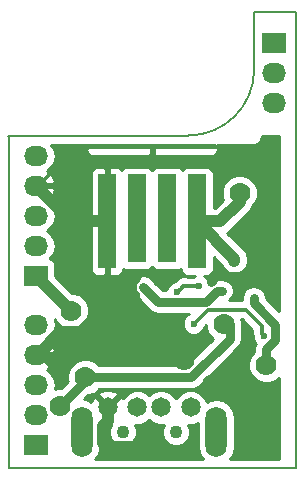
<source format=gbl>
%TF.GenerationSoftware,KiCad,Pcbnew,4.0.7*%
%TF.CreationDate,2018-03-05T22:45:11+00:00*%
%TF.ProjectId,a5v11-mod-01,61357631312D6D6F642D30312E6B6963,rev?*%
%TF.FileFunction,Copper,L2,Bot,Signal*%
%FSLAX46Y46*%
G04 Gerber Fmt 4.6, Leading zero omitted, Abs format (unit mm)*
G04 Created by KiCad (PCBNEW 4.0.7) date Monday, 05 March 2018 'PMt' 22:45:11*
%MOMM*%
%LPD*%
G01*
G04 APERTURE LIST*
%ADD10C,0.100000*%
%ADD11C,0.150000*%
%ADD12R,1.500000X8.000000*%
%ADD13R,1.500000X7.500000*%
%ADD14R,10.000000X0.300000*%
%ADD15R,2.032000X1.727200*%
%ADD16O,2.032000X1.727200*%
%ADD17C,1.650000*%
%ADD18C,1.100000*%
%ADD19O,1.800000X4.300000*%
%ADD20C,0.600000*%
%ADD21C,1.778000*%
%ADD22C,0.762000*%
%ADD23C,0.304800*%
%ADD24C,1.016000*%
%ADD25C,0.254000*%
G04 APERTURE END LIST*
D10*
D11*
X15240000Y28194000D02*
G75*
G03X20828000Y33782000I0J5588000D01*
G01*
X90600Y71400D02*
X90600Y28121400D01*
X24390600Y71400D02*
X90600Y71400D01*
X24390600Y38621400D02*
X24390600Y71400D01*
X20790600Y38621400D02*
X24390600Y38621400D01*
X20828000Y33782000D02*
X20790600Y38621400D01*
X0Y28194000D02*
X15240000Y28194000D01*
D12*
X8370600Y20921400D03*
X15990600Y20921400D03*
D13*
X13480600Y21171400D03*
X10880600Y21171400D03*
D14*
X12180600Y27271400D03*
D15*
X22550600Y35991400D03*
D16*
X22550600Y33451400D03*
X22550600Y30911400D03*
D15*
X2340600Y16311400D03*
D16*
X2340600Y18851400D03*
X2340600Y21391400D03*
X2340600Y23931400D03*
X2340600Y26471400D03*
D15*
X2340600Y2021400D03*
D16*
X2340600Y4561400D03*
X2340600Y7101400D03*
X2340600Y9641400D03*
X2340600Y12181400D03*
D17*
X12940600Y5171400D03*
X15440600Y5171400D03*
X10940600Y5171400D03*
X8440600Y5171400D03*
D18*
X14190600Y3071400D03*
X9690600Y3071400D03*
D19*
X6240600Y3071400D03*
X17640600Y3071400D03*
D20*
X17940600Y16721400D03*
X14190600Y16271400D03*
X22590600Y3971400D03*
X22590600Y17621400D03*
D21*
X14857431Y9205973D03*
D20*
X13189929Y11572071D03*
D21*
X17345771Y7177221D03*
D20*
X16440600Y26171400D03*
X11994880Y12130332D03*
X4590600Y8021400D03*
D21*
X5169645Y20090912D03*
D20*
X8340600Y16121400D03*
X9990600Y16103857D03*
X10740600Y16103857D03*
X17673546Y22287140D03*
D21*
X21859752Y8752248D03*
D20*
X20790600Y14471400D03*
X11456098Y15330732D03*
X18090600Y15034400D03*
X13649207Y23307461D03*
X11203747Y24242261D03*
X14299276Y14916590D03*
X16193266Y15424066D03*
X21650600Y11211400D03*
X15710598Y12261400D03*
D21*
X6540600Y7721400D03*
X5286286Y13365714D03*
X19590600Y23329998D03*
X18240600Y12221400D03*
D20*
X19132009Y17779991D03*
D21*
X4372600Y5273340D03*
D22*
X17640600Y16271400D02*
X17190600Y15821400D01*
X20040600Y16271400D02*
X17640600Y16271400D01*
X21390600Y17621400D02*
X20040600Y16271400D01*
X22590600Y17621400D02*
X21390600Y17621400D01*
X13290600Y10747136D02*
X13189929Y10847807D01*
X13189929Y10847807D02*
X13189929Y11147807D01*
X13189929Y11147807D02*
X13189929Y11572071D01*
D23*
X12180600Y27271400D02*
X17485400Y27271400D01*
X17485400Y27271400D02*
X17535400Y27221400D01*
X6675800Y27071400D02*
X5633000Y27071400D01*
X5633000Y27071400D02*
X2493000Y23931400D01*
X2493000Y23931400D02*
X2340600Y23931400D01*
X12180600Y27271400D02*
X6875800Y27271400D01*
X6875800Y27271400D02*
X6675800Y27071400D01*
D24*
X8370600Y20921400D02*
X6000133Y20921400D01*
X6000133Y20921400D02*
X5169645Y20090912D01*
X10880199Y1860999D02*
X11940600Y2921400D01*
X8040600Y2171400D02*
X8351001Y1860999D01*
X8351001Y1860999D02*
X10880199Y1860999D01*
X8040600Y3604674D02*
X8040600Y2171400D01*
X8440600Y5171400D02*
X8440600Y4004674D01*
X8440600Y4004674D02*
X8040600Y3604674D01*
X5169645Y20090912D02*
X5169645Y21102355D01*
X5169645Y21102355D02*
X2340600Y23931400D01*
X8370600Y17871400D02*
X8370600Y20921400D01*
D23*
X11994880Y12130332D02*
X11010539Y13114673D01*
X11010539Y13114673D02*
X11010539Y14806410D01*
X11010539Y14806410D02*
X10770288Y15046661D01*
X10770288Y15046661D02*
X10770288Y16074169D01*
X10770288Y16074169D02*
X10740600Y16103857D01*
D22*
X2970600Y9641400D02*
X4590600Y8021400D01*
D24*
X6157743Y11521000D02*
X10740600Y16103857D01*
X4372600Y11521000D02*
X6157743Y11521000D01*
X2493000Y9641400D02*
X4372600Y11521000D01*
X2340600Y9641400D02*
X2493000Y9641400D01*
D22*
X2340600Y9641400D02*
X2970600Y9641400D01*
D23*
X13890600Y16571400D02*
X14190600Y16271400D01*
X11208143Y16571400D02*
X13890600Y16571400D01*
X10740600Y16103857D02*
X11208143Y16571400D01*
D22*
X12703641Y14083189D02*
X11756097Y15030733D01*
X11756097Y15030733D02*
X11456098Y15330732D01*
X14699309Y14083189D02*
X12703641Y14083189D01*
X14731075Y14114955D02*
X14699309Y14083189D01*
X17666336Y15034400D02*
X16746891Y14114955D01*
X18090600Y15034400D02*
X17666336Y15034400D01*
X16746891Y14114955D02*
X14731075Y14114955D01*
X20790600Y14471400D02*
X20790600Y14003644D01*
X20790600Y14003644D02*
X22600418Y12193826D01*
X22600418Y12193826D02*
X22600418Y10881218D01*
X22600418Y10881218D02*
X21859752Y10140552D01*
X21859752Y10140552D02*
X21859752Y8752248D01*
D23*
X13649207Y22883197D02*
X13649207Y23307461D01*
X13649207Y21340007D02*
X13649207Y22883197D01*
X13480600Y21171400D02*
X13649207Y21340007D01*
X10880600Y23919114D02*
X10903748Y23942262D01*
X10903748Y23942262D02*
X11203747Y24242261D01*
X10880600Y21171400D02*
X10880600Y23919114D01*
X14703793Y15352874D02*
X14703793Y15321107D01*
X14703793Y15321107D02*
X14599275Y15216589D01*
X14599275Y15216589D02*
X14299276Y14916590D01*
X14966506Y15495494D02*
X14846413Y15495494D01*
X14774985Y15424066D02*
X14703793Y15352874D01*
X16193266Y15424066D02*
X14774985Y15424066D01*
X14846413Y15495494D02*
X14703793Y15352874D01*
X21467018Y12093792D02*
X21467018Y11394982D01*
X21467018Y11394982D02*
X21549388Y11312611D01*
X15710598Y12261400D02*
X16894228Y13445030D01*
X20115780Y13445030D02*
X21467018Y12093792D01*
X16894228Y13445030D02*
X20115780Y13445030D01*
D24*
X5286286Y13365714D02*
X2340600Y16311400D01*
D22*
X18758720Y10993994D02*
X15486126Y7721400D01*
X15486126Y7721400D02*
X7797835Y7721400D01*
X7797835Y7721400D02*
X6540600Y7721400D01*
X6540600Y7721400D02*
X6540600Y7441340D01*
X6540600Y7441340D02*
X4372600Y5273340D01*
X18758720Y12251229D02*
X18758720Y10993994D01*
X18728891Y12221400D02*
X18758720Y12251229D01*
X18240600Y12221400D02*
X18728891Y12221400D01*
D24*
X17956600Y20921400D02*
X19590600Y22555400D01*
X19590600Y22555400D02*
X19590600Y23329998D01*
X15990600Y20921400D02*
X17956600Y20921400D01*
X15990600Y20921400D02*
X19132009Y17779991D01*
X19132009Y17779991D02*
X19132009Y17602767D01*
D25*
G36*
X20679618Y11767640D02*
X20679618Y11394982D01*
X20697240Y11306392D01*
X20715602Y11214078D01*
X20715438Y11026233D01*
X20857483Y10682457D01*
X20956866Y10582901D01*
X20921090Y10529359D01*
X20921090Y10529358D01*
X20843752Y10140552D01*
X20843752Y9891403D01*
X20568521Y9616652D01*
X20336017Y9056720D01*
X20335488Y8450436D01*
X20567014Y7890099D01*
X20995348Y7461017D01*
X21555280Y7228513D01*
X22161564Y7227984D01*
X22721901Y7459510D01*
X22913600Y7650875D01*
X22913600Y781400D01*
X18792807Y781400D01*
X19058755Y1179420D01*
X19175600Y1766839D01*
X19175600Y4375961D01*
X19058755Y4963380D01*
X18726009Y5461370D01*
X18228019Y5794116D01*
X17640600Y5910961D01*
X17053181Y5794116D01*
X16825798Y5642184D01*
X16679049Y5997343D01*
X16268703Y6408406D01*
X15732286Y6631146D01*
X15151462Y6631653D01*
X14614657Y6409849D01*
X14203594Y5999503D01*
X14190844Y5968797D01*
X14179049Y5997343D01*
X13768703Y6408406D01*
X13232286Y6631146D01*
X12651462Y6631653D01*
X12114657Y6409849D01*
X11940657Y6236152D01*
X11768703Y6408406D01*
X11232286Y6631146D01*
X10651462Y6631653D01*
X10114657Y6409849D01*
X9703594Y5999503D01*
X9683192Y5950369D01*
X9466453Y6017648D01*
X8620205Y5171400D01*
X8634348Y5157257D01*
X8454743Y4977652D01*
X8440600Y4991795D01*
X8426458Y4977652D01*
X8246853Y5157257D01*
X8260995Y5171400D01*
X7414747Y6017648D01*
X7166037Y5940444D01*
X7057759Y5640609D01*
X6828019Y5794116D01*
X6412807Y5876707D01*
X6733331Y6197231D01*
X6842412Y6197136D01*
X6842695Y6197253D01*
X7594352Y6197253D01*
X8440600Y5351005D01*
X9286848Y6197253D01*
X9209644Y6445963D01*
X8663350Y6643243D01*
X8083144Y6616448D01*
X7671556Y6445963D01*
X7594352Y6197253D01*
X6842695Y6197253D01*
X7402749Y6428662D01*
X7679970Y6705400D01*
X15486126Y6705400D01*
X15810426Y6769907D01*
X15874933Y6782738D01*
X16204546Y7002980D01*
X19477141Y10275574D01*
X19697382Y10605187D01*
X19712820Y10682800D01*
X19774720Y10993994D01*
X19774720Y12251229D01*
X19764671Y12301750D01*
X19764864Y12523212D01*
X19709324Y12657630D01*
X19789628Y12657630D01*
X20679618Y11767640D01*
X20679618Y11767640D01*
G37*
X20679618Y11767640D02*
X20679618Y11394982D01*
X20697240Y11306392D01*
X20715602Y11214078D01*
X20715438Y11026233D01*
X20857483Y10682457D01*
X20956866Y10582901D01*
X20921090Y10529359D01*
X20921090Y10529358D01*
X20843752Y10140552D01*
X20843752Y9891403D01*
X20568521Y9616652D01*
X20336017Y9056720D01*
X20335488Y8450436D01*
X20567014Y7890099D01*
X20995348Y7461017D01*
X21555280Y7228513D01*
X22161564Y7227984D01*
X22721901Y7459510D01*
X22913600Y7650875D01*
X22913600Y781400D01*
X18792807Y781400D01*
X19058755Y1179420D01*
X19175600Y1766839D01*
X19175600Y4375961D01*
X19058755Y4963380D01*
X18726009Y5461370D01*
X18228019Y5794116D01*
X17640600Y5910961D01*
X17053181Y5794116D01*
X16825798Y5642184D01*
X16679049Y5997343D01*
X16268703Y6408406D01*
X15732286Y6631146D01*
X15151462Y6631653D01*
X14614657Y6409849D01*
X14203594Y5999503D01*
X14190844Y5968797D01*
X14179049Y5997343D01*
X13768703Y6408406D01*
X13232286Y6631146D01*
X12651462Y6631653D01*
X12114657Y6409849D01*
X11940657Y6236152D01*
X11768703Y6408406D01*
X11232286Y6631146D01*
X10651462Y6631653D01*
X10114657Y6409849D01*
X9703594Y5999503D01*
X9683192Y5950369D01*
X9466453Y6017648D01*
X8620205Y5171400D01*
X8634348Y5157257D01*
X8454743Y4977652D01*
X8440600Y4991795D01*
X8426458Y4977652D01*
X8246853Y5157257D01*
X8260995Y5171400D01*
X7414747Y6017648D01*
X7166037Y5940444D01*
X7057759Y5640609D01*
X6828019Y5794116D01*
X6412807Y5876707D01*
X6733331Y6197231D01*
X6842412Y6197136D01*
X6842695Y6197253D01*
X7594352Y6197253D01*
X8440600Y5351005D01*
X9286848Y6197253D01*
X9209644Y6445963D01*
X8663350Y6643243D01*
X8083144Y6616448D01*
X7671556Y6445963D01*
X7594352Y6197253D01*
X6842695Y6197253D01*
X7402749Y6428662D01*
X7679970Y6705400D01*
X15486126Y6705400D01*
X15810426Y6769907D01*
X15874933Y6782738D01*
X16204546Y7002980D01*
X19477141Y10275574D01*
X19697382Y10605187D01*
X19712820Y10682800D01*
X19774720Y10993994D01*
X19774720Y12251229D01*
X19764671Y12301750D01*
X19764864Y12523212D01*
X19709324Y12657630D01*
X19789628Y12657630D01*
X20679618Y11767640D01*
G36*
X12112497Y3934394D02*
X12648914Y3711654D01*
X13173167Y3711196D01*
X13005806Y3308145D01*
X13005394Y2836723D01*
X13185420Y2401028D01*
X13518475Y2067391D01*
X13953855Y1886606D01*
X14425277Y1886194D01*
X14860972Y2066220D01*
X15194609Y2399275D01*
X15375394Y2834655D01*
X15375806Y3306077D01*
X15208246Y3711602D01*
X15729738Y3711147D01*
X16105600Y3866450D01*
X16105600Y1766839D01*
X16222445Y1179420D01*
X16488393Y781400D01*
X7392807Y781400D01*
X7658755Y1179420D01*
X7775600Y1766839D01*
X7775600Y3859264D01*
X8217850Y3699557D01*
X8677141Y3720768D01*
X8505806Y3308145D01*
X8505394Y2836723D01*
X8685420Y2401028D01*
X9018475Y2067391D01*
X9453855Y1886606D01*
X9925277Y1886194D01*
X10360972Y2066220D01*
X10694609Y2399275D01*
X10875394Y2834655D01*
X10875806Y3306077D01*
X10708246Y3711602D01*
X11229738Y3711147D01*
X11766543Y3932951D01*
X11940543Y4106648D01*
X12112497Y3934394D01*
X12112497Y3934394D01*
G37*
X12112497Y3934394D02*
X12648914Y3711654D01*
X13173167Y3711196D01*
X13005806Y3308145D01*
X13005394Y2836723D01*
X13185420Y2401028D01*
X13518475Y2067391D01*
X13953855Y1886606D01*
X14425277Y1886194D01*
X14860972Y2066220D01*
X15194609Y2399275D01*
X15375394Y2834655D01*
X15375806Y3306077D01*
X15208246Y3711602D01*
X15729738Y3711147D01*
X16105600Y3866450D01*
X16105600Y1766839D01*
X16222445Y1179420D01*
X16488393Y781400D01*
X7392807Y781400D01*
X7658755Y1179420D01*
X7775600Y1766839D01*
X7775600Y3859264D01*
X8217850Y3699557D01*
X8677141Y3720768D01*
X8505806Y3308145D01*
X8505394Y2836723D01*
X8685420Y2401028D01*
X9018475Y2067391D01*
X9453855Y1886606D01*
X9925277Y1886194D01*
X10360972Y2066220D01*
X10694609Y2399275D01*
X10875394Y2834655D01*
X10875806Y3306077D01*
X10708246Y3711602D01*
X11229738Y3711147D01*
X11766543Y3932951D01*
X11940543Y4106648D01*
X12112497Y3934394D01*
G36*
X22913600Y13317485D02*
X21806600Y14424484D01*
X21806600Y14471400D01*
X21729262Y14860206D01*
X21509020Y15189820D01*
X21179406Y15410062D01*
X20790600Y15487400D01*
X20401794Y15410062D01*
X20072180Y15189820D01*
X19851938Y14860206D01*
X19774600Y14471400D01*
X19774600Y14232430D01*
X18683979Y14232430D01*
X18809020Y14315980D01*
X19029262Y14645594D01*
X19106600Y15034400D01*
X19029262Y15423206D01*
X18809020Y15752820D01*
X18479406Y15973062D01*
X18090600Y16050400D01*
X17666336Y16050400D01*
X17277529Y15973062D01*
X17042880Y15816274D01*
X16986383Y15953009D01*
X16723593Y16216258D01*
X16584632Y16273960D01*
X16740600Y16273960D01*
X16975917Y16318238D01*
X17192041Y16457310D01*
X17337031Y16669510D01*
X17388040Y16921400D01*
X17388040Y17907514D01*
X18062562Y17232992D01*
X18076015Y17165360D01*
X18323786Y16794544D01*
X18694602Y16546773D01*
X19132009Y16459767D01*
X19569416Y16546773D01*
X19940232Y16794544D01*
X20188003Y17165360D01*
X20275009Y17602767D01*
X20275009Y17779991D01*
X20188003Y18217398D01*
X19940232Y18588214D01*
X18555281Y19973165D01*
X18764823Y20113177D01*
X20398823Y21747177D01*
X20646594Y22117993D01*
X20674584Y22258708D01*
X20881831Y22465594D01*
X21114335Y23025526D01*
X21114864Y23631810D01*
X20883338Y24192147D01*
X20455004Y24621229D01*
X19895072Y24853733D01*
X19288788Y24854262D01*
X18728451Y24622736D01*
X18299369Y24194402D01*
X18066865Y23634470D01*
X18066336Y23028186D01*
X18177618Y22758864D01*
X17483154Y22064400D01*
X17388040Y22064400D01*
X17388040Y24921400D01*
X17343762Y25156717D01*
X17204690Y25372841D01*
X16992490Y25517831D01*
X16740600Y25568840D01*
X15240600Y25568840D01*
X15005283Y25524562D01*
X14789159Y25385490D01*
X14736316Y25308152D01*
X14694690Y25372841D01*
X14482490Y25517831D01*
X14230600Y25568840D01*
X12730600Y25568840D01*
X12495283Y25524562D01*
X12279159Y25385490D01*
X12179967Y25240317D01*
X12094690Y25372841D01*
X11882490Y25517831D01*
X11630600Y25568840D01*
X10130600Y25568840D01*
X9895283Y25524562D01*
X9679159Y25385490D01*
X9628572Y25311454D01*
X9480298Y25459727D01*
X9246909Y25556400D01*
X8656350Y25556400D01*
X8497600Y25397650D01*
X8497600Y21048400D01*
X8517600Y21048400D01*
X8517600Y20794400D01*
X8497600Y20794400D01*
X8497600Y16445150D01*
X8656350Y16286400D01*
X9246909Y16286400D01*
X9480298Y16383073D01*
X9658927Y16561701D01*
X9755600Y16795090D01*
X9755600Y16909086D01*
X9878710Y16824969D01*
X10130600Y16773960D01*
X11630600Y16773960D01*
X11865917Y16818238D01*
X12082041Y16957310D01*
X12181233Y17102483D01*
X12266510Y16969959D01*
X12478710Y16824969D01*
X12730600Y16773960D01*
X14230600Y16773960D01*
X14465917Y16818238D01*
X14596732Y16902415D01*
X14637438Y16686083D01*
X14776510Y16469959D01*
X14988710Y16324969D01*
X15240600Y16273960D01*
X15801734Y16273960D01*
X15664323Y16217183D01*
X15658596Y16211466D01*
X15285028Y16211466D01*
X15267831Y16222957D01*
X14966506Y16282894D01*
X14846413Y16282894D01*
X14545088Y16222957D01*
X14289637Y16052270D01*
X14147017Y15909650D01*
X14106127Y15848454D01*
X13770333Y15709707D01*
X13507084Y15446917D01*
X13364438Y15103389D01*
X13364434Y15099189D01*
X13124482Y15099189D01*
X12474520Y15749150D01*
X12474518Y15749153D01*
X12174518Y16049152D01*
X11844905Y16269394D01*
X11456098Y16346731D01*
X11067291Y16269394D01*
X10737678Y16049152D01*
X10517436Y15719539D01*
X10440099Y15330732D01*
X10517436Y14941925D01*
X10737678Y14612312D01*
X11037677Y14312312D01*
X11037680Y14312310D01*
X11985221Y13364768D01*
X12314834Y13144527D01*
X12703641Y13067189D01*
X14699309Y13067189D01*
X14859008Y13098955D01*
X15289203Y13098955D01*
X15181655Y13054517D01*
X14918406Y12791727D01*
X14775760Y12448199D01*
X14775436Y12076233D01*
X14917481Y11732457D01*
X15180271Y11469208D01*
X15523799Y11326562D01*
X15895765Y11326238D01*
X16239541Y11468283D01*
X16502790Y11731073D01*
X16645436Y12074601D01*
X16645443Y12082693D01*
X16716540Y12153790D01*
X16716336Y11919588D01*
X16947862Y11359251D01*
X17317177Y10989291D01*
X15065286Y8737400D01*
X7679755Y8737400D01*
X7405004Y9012631D01*
X6845072Y9245135D01*
X6238788Y9245664D01*
X5678451Y9014138D01*
X5249369Y8585804D01*
X5016865Y8025872D01*
X5016336Y7419588D01*
X5035537Y7373117D01*
X4459685Y6797265D01*
X4070788Y6797604D01*
X3953910Y6749311D01*
X4023945Y7101400D01*
X3909871Y7674889D01*
X3585015Y8161070D01*
X3275531Y8367861D01*
X3691332Y8739364D01*
X3945309Y9266609D01*
X3947958Y9282374D01*
X3826817Y9514400D01*
X2467600Y9514400D01*
X2467600Y9494400D01*
X2213600Y9494400D01*
X2213600Y9514400D01*
X2193600Y9514400D01*
X2193600Y9768400D01*
X2213600Y9768400D01*
X2213600Y9788400D01*
X2467600Y9788400D01*
X2467600Y9768400D01*
X3826817Y9768400D01*
X3947958Y10000426D01*
X3945309Y10016191D01*
X3691332Y10543436D01*
X3275531Y10914939D01*
X3585015Y11121730D01*
X3909871Y11607911D01*
X4023945Y12181400D01*
X3928592Y12660770D01*
X3993548Y12503565D01*
X4421882Y12074483D01*
X4981814Y11841979D01*
X5588098Y11841450D01*
X6148435Y12072976D01*
X6577517Y12501310D01*
X6810021Y13061242D01*
X6810550Y13667526D01*
X6579024Y14227863D01*
X6150690Y14656945D01*
X5590758Y14889449D01*
X5378812Y14889634D01*
X4004040Y16264406D01*
X4004040Y17175000D01*
X3959762Y17410317D01*
X3820690Y17626441D01*
X3608490Y17771431D01*
X3567161Y17779800D01*
X3585015Y17791730D01*
X3909871Y18277911D01*
X4023945Y18851400D01*
X3909871Y19424889D01*
X3585015Y19911070D01*
X3270234Y20121400D01*
X3585015Y20331730D01*
X3788088Y20635650D01*
X6985600Y20635650D01*
X6985600Y16795090D01*
X7082273Y16561701D01*
X7260902Y16383073D01*
X7494291Y16286400D01*
X8084850Y16286400D01*
X8243600Y16445150D01*
X8243600Y20794400D01*
X7144350Y20794400D01*
X6985600Y20635650D01*
X3788088Y20635650D01*
X3909871Y20817911D01*
X4023945Y21391400D01*
X3909871Y21964889D01*
X3585015Y22451070D01*
X3275531Y22657861D01*
X3691332Y23029364D01*
X3945309Y23556609D01*
X3947958Y23572374D01*
X3826817Y23804400D01*
X2467600Y23804400D01*
X2467600Y23784400D01*
X2213600Y23784400D01*
X2213600Y23804400D01*
X2193600Y23804400D01*
X2193600Y24058400D01*
X2213600Y24058400D01*
X2213600Y24078400D01*
X2467600Y24078400D01*
X2467600Y24058400D01*
X3826817Y24058400D01*
X3947958Y24290426D01*
X3945309Y24306191D01*
X3691332Y24833436D01*
X3451508Y25047710D01*
X6985600Y25047710D01*
X6985600Y21207150D01*
X7144350Y21048400D01*
X8243600Y21048400D01*
X8243600Y25397650D01*
X8084850Y25556400D01*
X7494291Y25556400D01*
X7260902Y25459727D01*
X7082273Y25281099D01*
X6985600Y25047710D01*
X3451508Y25047710D01*
X3275531Y25204939D01*
X3585015Y25411730D01*
X3909871Y25897911D01*
X4023945Y26471400D01*
X3911311Y27037650D01*
X6545600Y27037650D01*
X6545600Y26995090D01*
X6642273Y26761701D01*
X6820902Y26583073D01*
X7054291Y26486400D01*
X11894850Y26486400D01*
X12053600Y26645150D01*
X12053600Y27196400D01*
X12307600Y27196400D01*
X12307600Y26645150D01*
X12466350Y26486400D01*
X17306909Y26486400D01*
X17540298Y26583073D01*
X17718927Y26761701D01*
X17815600Y26995090D01*
X17815600Y27037650D01*
X17656850Y27196400D01*
X12307600Y27196400D01*
X12053600Y27196400D01*
X6704350Y27196400D01*
X6545600Y27037650D01*
X3911311Y27037650D01*
X3909871Y27044889D01*
X3664976Y27411400D01*
X6639350Y27411400D01*
X6704350Y27346400D01*
X12053600Y27346400D01*
X12053600Y27411400D01*
X12307600Y27411400D01*
X12307600Y27346400D01*
X17656850Y27346400D01*
X17721850Y27411400D01*
X20790600Y27411400D01*
X21062305Y27465446D01*
X21292646Y27619354D01*
X21446554Y27849695D01*
X21500600Y28121400D01*
X21496025Y28144400D01*
X22913600Y28144400D01*
X22913600Y13317485D01*
X22913600Y13317485D01*
G37*
X22913600Y13317485D02*
X21806600Y14424484D01*
X21806600Y14471400D01*
X21729262Y14860206D01*
X21509020Y15189820D01*
X21179406Y15410062D01*
X20790600Y15487400D01*
X20401794Y15410062D01*
X20072180Y15189820D01*
X19851938Y14860206D01*
X19774600Y14471400D01*
X19774600Y14232430D01*
X18683979Y14232430D01*
X18809020Y14315980D01*
X19029262Y14645594D01*
X19106600Y15034400D01*
X19029262Y15423206D01*
X18809020Y15752820D01*
X18479406Y15973062D01*
X18090600Y16050400D01*
X17666336Y16050400D01*
X17277529Y15973062D01*
X17042880Y15816274D01*
X16986383Y15953009D01*
X16723593Y16216258D01*
X16584632Y16273960D01*
X16740600Y16273960D01*
X16975917Y16318238D01*
X17192041Y16457310D01*
X17337031Y16669510D01*
X17388040Y16921400D01*
X17388040Y17907514D01*
X18062562Y17232992D01*
X18076015Y17165360D01*
X18323786Y16794544D01*
X18694602Y16546773D01*
X19132009Y16459767D01*
X19569416Y16546773D01*
X19940232Y16794544D01*
X20188003Y17165360D01*
X20275009Y17602767D01*
X20275009Y17779991D01*
X20188003Y18217398D01*
X19940232Y18588214D01*
X18555281Y19973165D01*
X18764823Y20113177D01*
X20398823Y21747177D01*
X20646594Y22117993D01*
X20674584Y22258708D01*
X20881831Y22465594D01*
X21114335Y23025526D01*
X21114864Y23631810D01*
X20883338Y24192147D01*
X20455004Y24621229D01*
X19895072Y24853733D01*
X19288788Y24854262D01*
X18728451Y24622736D01*
X18299369Y24194402D01*
X18066865Y23634470D01*
X18066336Y23028186D01*
X18177618Y22758864D01*
X17483154Y22064400D01*
X17388040Y22064400D01*
X17388040Y24921400D01*
X17343762Y25156717D01*
X17204690Y25372841D01*
X16992490Y25517831D01*
X16740600Y25568840D01*
X15240600Y25568840D01*
X15005283Y25524562D01*
X14789159Y25385490D01*
X14736316Y25308152D01*
X14694690Y25372841D01*
X14482490Y25517831D01*
X14230600Y25568840D01*
X12730600Y25568840D01*
X12495283Y25524562D01*
X12279159Y25385490D01*
X12179967Y25240317D01*
X12094690Y25372841D01*
X11882490Y25517831D01*
X11630600Y25568840D01*
X10130600Y25568840D01*
X9895283Y25524562D01*
X9679159Y25385490D01*
X9628572Y25311454D01*
X9480298Y25459727D01*
X9246909Y25556400D01*
X8656350Y25556400D01*
X8497600Y25397650D01*
X8497600Y21048400D01*
X8517600Y21048400D01*
X8517600Y20794400D01*
X8497600Y20794400D01*
X8497600Y16445150D01*
X8656350Y16286400D01*
X9246909Y16286400D01*
X9480298Y16383073D01*
X9658927Y16561701D01*
X9755600Y16795090D01*
X9755600Y16909086D01*
X9878710Y16824969D01*
X10130600Y16773960D01*
X11630600Y16773960D01*
X11865917Y16818238D01*
X12082041Y16957310D01*
X12181233Y17102483D01*
X12266510Y16969959D01*
X12478710Y16824969D01*
X12730600Y16773960D01*
X14230600Y16773960D01*
X14465917Y16818238D01*
X14596732Y16902415D01*
X14637438Y16686083D01*
X14776510Y16469959D01*
X14988710Y16324969D01*
X15240600Y16273960D01*
X15801734Y16273960D01*
X15664323Y16217183D01*
X15658596Y16211466D01*
X15285028Y16211466D01*
X15267831Y16222957D01*
X14966506Y16282894D01*
X14846413Y16282894D01*
X14545088Y16222957D01*
X14289637Y16052270D01*
X14147017Y15909650D01*
X14106127Y15848454D01*
X13770333Y15709707D01*
X13507084Y15446917D01*
X13364438Y15103389D01*
X13364434Y15099189D01*
X13124482Y15099189D01*
X12474520Y15749150D01*
X12474518Y15749153D01*
X12174518Y16049152D01*
X11844905Y16269394D01*
X11456098Y16346731D01*
X11067291Y16269394D01*
X10737678Y16049152D01*
X10517436Y15719539D01*
X10440099Y15330732D01*
X10517436Y14941925D01*
X10737678Y14612312D01*
X11037677Y14312312D01*
X11037680Y14312310D01*
X11985221Y13364768D01*
X12314834Y13144527D01*
X12703641Y13067189D01*
X14699309Y13067189D01*
X14859008Y13098955D01*
X15289203Y13098955D01*
X15181655Y13054517D01*
X14918406Y12791727D01*
X14775760Y12448199D01*
X14775436Y12076233D01*
X14917481Y11732457D01*
X15180271Y11469208D01*
X15523799Y11326562D01*
X15895765Y11326238D01*
X16239541Y11468283D01*
X16502790Y11731073D01*
X16645436Y12074601D01*
X16645443Y12082693D01*
X16716540Y12153790D01*
X16716336Y11919588D01*
X16947862Y11359251D01*
X17317177Y10989291D01*
X15065286Y8737400D01*
X7679755Y8737400D01*
X7405004Y9012631D01*
X6845072Y9245135D01*
X6238788Y9245664D01*
X5678451Y9014138D01*
X5249369Y8585804D01*
X5016865Y8025872D01*
X5016336Y7419588D01*
X5035537Y7373117D01*
X4459685Y6797265D01*
X4070788Y6797604D01*
X3953910Y6749311D01*
X4023945Y7101400D01*
X3909871Y7674889D01*
X3585015Y8161070D01*
X3275531Y8367861D01*
X3691332Y8739364D01*
X3945309Y9266609D01*
X3947958Y9282374D01*
X3826817Y9514400D01*
X2467600Y9514400D01*
X2467600Y9494400D01*
X2213600Y9494400D01*
X2213600Y9514400D01*
X2193600Y9514400D01*
X2193600Y9768400D01*
X2213600Y9768400D01*
X2213600Y9788400D01*
X2467600Y9788400D01*
X2467600Y9768400D01*
X3826817Y9768400D01*
X3947958Y10000426D01*
X3945309Y10016191D01*
X3691332Y10543436D01*
X3275531Y10914939D01*
X3585015Y11121730D01*
X3909871Y11607911D01*
X4023945Y12181400D01*
X3928592Y12660770D01*
X3993548Y12503565D01*
X4421882Y12074483D01*
X4981814Y11841979D01*
X5588098Y11841450D01*
X6148435Y12072976D01*
X6577517Y12501310D01*
X6810021Y13061242D01*
X6810550Y13667526D01*
X6579024Y14227863D01*
X6150690Y14656945D01*
X5590758Y14889449D01*
X5378812Y14889634D01*
X4004040Y16264406D01*
X4004040Y17175000D01*
X3959762Y17410317D01*
X3820690Y17626441D01*
X3608490Y17771431D01*
X3567161Y17779800D01*
X3585015Y17791730D01*
X3909871Y18277911D01*
X4023945Y18851400D01*
X3909871Y19424889D01*
X3585015Y19911070D01*
X3270234Y20121400D01*
X3585015Y20331730D01*
X3788088Y20635650D01*
X6985600Y20635650D01*
X6985600Y16795090D01*
X7082273Y16561701D01*
X7260902Y16383073D01*
X7494291Y16286400D01*
X8084850Y16286400D01*
X8243600Y16445150D01*
X8243600Y20794400D01*
X7144350Y20794400D01*
X6985600Y20635650D01*
X3788088Y20635650D01*
X3909871Y20817911D01*
X4023945Y21391400D01*
X3909871Y21964889D01*
X3585015Y22451070D01*
X3275531Y22657861D01*
X3691332Y23029364D01*
X3945309Y23556609D01*
X3947958Y23572374D01*
X3826817Y23804400D01*
X2467600Y23804400D01*
X2467600Y23784400D01*
X2213600Y23784400D01*
X2213600Y23804400D01*
X2193600Y23804400D01*
X2193600Y24058400D01*
X2213600Y24058400D01*
X2213600Y24078400D01*
X2467600Y24078400D01*
X2467600Y24058400D01*
X3826817Y24058400D01*
X3947958Y24290426D01*
X3945309Y24306191D01*
X3691332Y24833436D01*
X3451508Y25047710D01*
X6985600Y25047710D01*
X6985600Y21207150D01*
X7144350Y21048400D01*
X8243600Y21048400D01*
X8243600Y25397650D01*
X8084850Y25556400D01*
X7494291Y25556400D01*
X7260902Y25459727D01*
X7082273Y25281099D01*
X6985600Y25047710D01*
X3451508Y25047710D01*
X3275531Y25204939D01*
X3585015Y25411730D01*
X3909871Y25897911D01*
X4023945Y26471400D01*
X3911311Y27037650D01*
X6545600Y27037650D01*
X6545600Y26995090D01*
X6642273Y26761701D01*
X6820902Y26583073D01*
X7054291Y26486400D01*
X11894850Y26486400D01*
X12053600Y26645150D01*
X12053600Y27196400D01*
X12307600Y27196400D01*
X12307600Y26645150D01*
X12466350Y26486400D01*
X17306909Y26486400D01*
X17540298Y26583073D01*
X17718927Y26761701D01*
X17815600Y26995090D01*
X17815600Y27037650D01*
X17656850Y27196400D01*
X12307600Y27196400D01*
X12053600Y27196400D01*
X6704350Y27196400D01*
X6545600Y27037650D01*
X3911311Y27037650D01*
X3909871Y27044889D01*
X3664976Y27411400D01*
X6639350Y27411400D01*
X6704350Y27346400D01*
X12053600Y27346400D01*
X12053600Y27411400D01*
X12307600Y27411400D01*
X12307600Y27346400D01*
X17656850Y27346400D01*
X17721850Y27411400D01*
X20790600Y27411400D01*
X21062305Y27465446D01*
X21292646Y27619354D01*
X21446554Y27849695D01*
X21500600Y28121400D01*
X21496025Y28144400D01*
X22913600Y28144400D01*
X22913600Y13317485D01*
M02*

</source>
